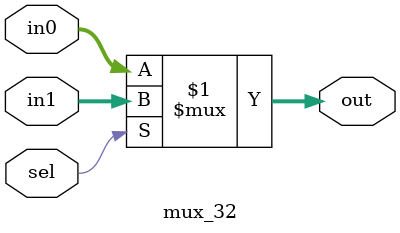
<source format=v>
module mux_32 (
    input [31:0] in0, in1,
    input sel,
    output [31:0] out
);

assign out = (sel) ? in1 : in0;

endmodule
</source>
